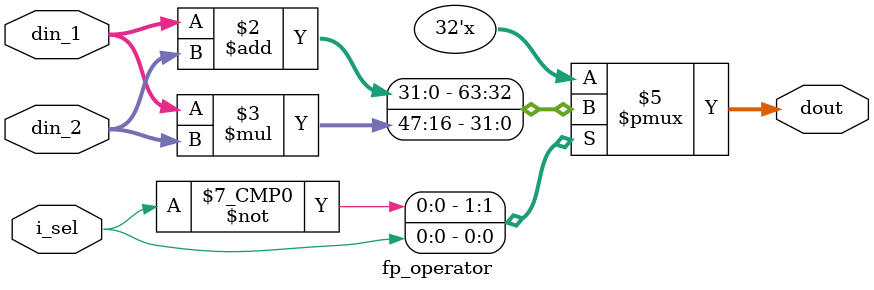
<source format=v>
module fp_operator #(
    parameter DATA_WIDTH = 32, // Width of the input data
    parameter FRACTIONAL_BITS = 16 // Number of fractional bits in the fixed-point representation
)(
    input wire signed [DATA_WIDTH-1:0] din_1,
    input wire signed [DATA_WIDTH-1:0] din_2,
    input wire i_sel,       // Selection signal for operation: 0 for addition, 1 for multiplication
    
    output reg signed [DATA_WIDTH-1:0] dout
);

    // Temporary variable to store the 64-bit extended result for fixed-point multiplication
    reg signed [2*DATA_WIDTH-1:0] mult_result;
    
    always @(*) begin
        case(i_sel)
            1'b0: dout = din_1 + din_2; // Fixed-point addition
            1'b1: begin
                // Extend to 2*DATA_WIDTH bits for multiplication
                mult_result = din_1 * din_2;
                
                // Adjust result by shifting right by the number of fractional bits (Q format)
                dout = mult_result >>> FRACTIONAL_BITS; // '>>>' is an arithmetic shift
            end
            default: dout = {DATA_WIDTH{1'b0}}; // Undefined operation (Prevents latch inference)
        endcase
    end

endmodule

</source>
